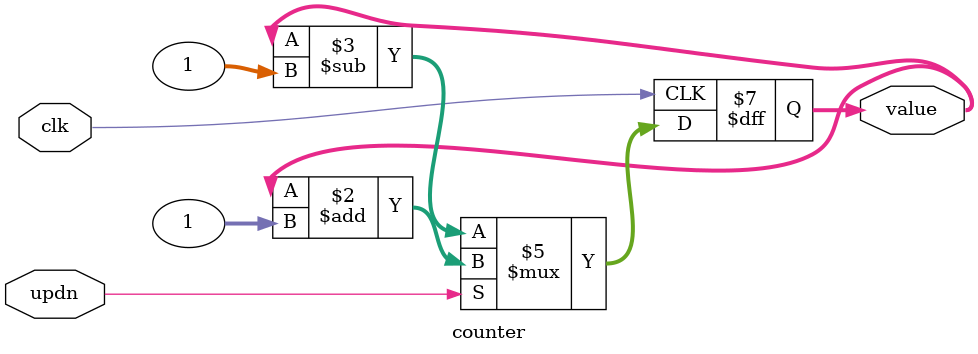
<source format=sv>

module counter(
	input bit clk,
	input bit updn,
	output [31:0] value
	);

  always_ff @(posedge clk) begin
	  if (updn) begin
		  value <= value + 1;
		end else begin
		  value <= value - 1;
		end
  end

endmodule

</source>
